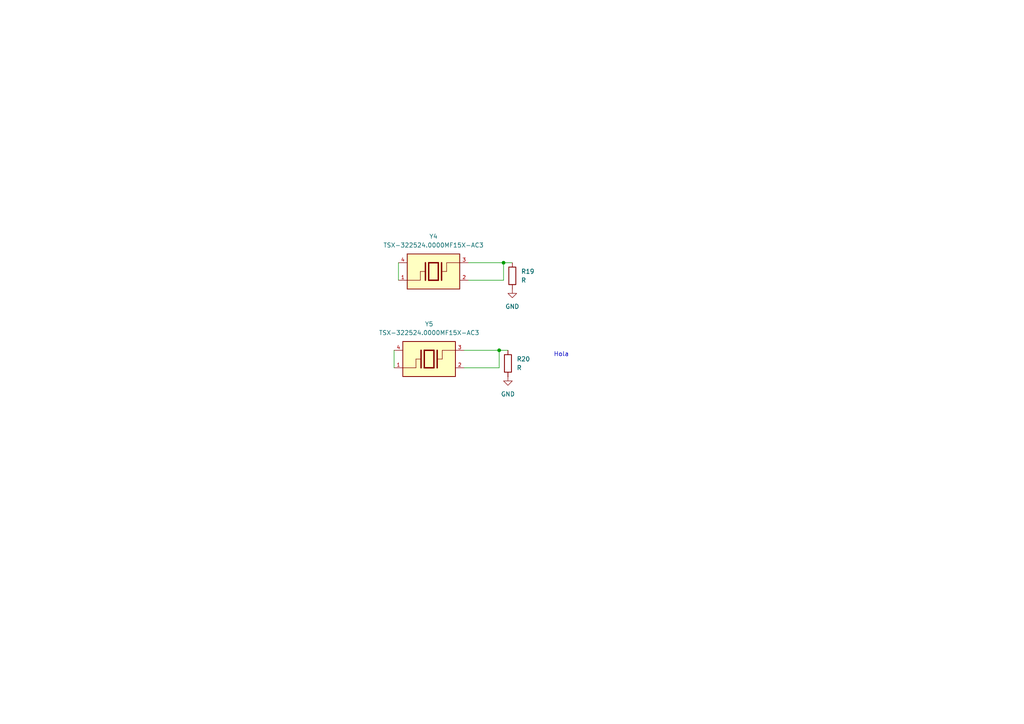
<source format=kicad_sch>
(kicad_sch (version 20250114) (generator "eeschema") (generator_version "9.0")
  (paper "A4")
  (lib_symbols
    (symbol "Device:R" (pin_numbers (hide yes)) (pin_names (offset 0))
      (property "Reference" "R" (at 2.032 0 90))
      (property "Value" "R" (at 0 0 90))
      (symbol "R_0_1"
        (rectangle (start -1.016 -2.54) (end 1.016 2.54) (stroke (width 0.254)))
      )
      (symbol "R_1_1"
        (pin passive line (at 0 3.81 270) (length 1.27) (name "~") (number "1"))
        (pin passive line (at 0 -3.81 90) (length 1.27) (name "~") (number "2"))
      )
    )
    (symbol "Osc:TSX-322524.0000MF15X-AC3" (pin_names (offset 1.016))
      (property "Reference" "Y" (at -7.6278 6.3559 0))
      (property "Value" "TSX-322524.0000MF15X-AC3" (at -7.6344 -7.6344 0))
      (symbol "TSX-322524.0000MF15X-AC3_0_0"
        (rectangle (start -7.62 -5.08) (end 7.62 5.08) (stroke (width 0.254)) (fill (type background)))
        (polyline (pts (xy -3.81 0) (xy -3.81 -2.54)) (stroke (width 0.1524)))
        (polyline (pts (xy -3.81 -2.54) (xy -7.62 -2.54)) (stroke (width 0.1524)))
        (polyline (pts (xy -2.54 0) (xy -3.81 0)) (stroke (width 0.1524)))
        (polyline (pts (xy -2.3368 2.54) (xy -2.3368 -2.54)) (stroke (width 0.4064)))
        (polyline (pts (xy -1.397 2.54) (xy -1.397 -2.54)) (stroke (width 0.4064)))
        (polyline (pts (xy -1.397 2.54) (xy 1.397 2.54)) (stroke (width 0.4064)))
        (polyline (pts (xy 1.397 2.54) (xy 1.397 -2.54)) (stroke (width 0.4064)))
        (polyline (pts (xy 1.397 -2.54) (xy -1.397 -2.54)) (stroke (width 0.4064)))
        (polyline (pts (xy 2.3368 2.54) (xy 2.3368 -2.54)) (stroke (width 0.4064)))
        (polyline (pts (xy 2.54 0) (xy 3.81 0)) (stroke (width 0.1524)))
        (polyline (pts (xy 3.81 2.54) (xy 7.62 2.54)) (stroke (width 0.1524)))
        (polyline (pts (xy 3.81 0) (xy 3.81 2.54)) (stroke (width 0.1524)))
        (pin passive line (at -10.16 2.54 0) (length 2.54) (name "~") (number "4"))
        (pin passive line (at -10.16 -2.54 0) (length 2.54) (name "~") (number "1"))
        (pin passive line (at 10.16 2.54 180) (length 2.54) (name "~") (number "3"))
        (pin passive line (at 10.16 -2.54 180) (length 2.54) (name "~") (number "2"))
      )
    )
    (symbol "power:GND" (power) (pin_numbers (hide yes)) (pin_names (offset 0) (hide yes))
      (property "Value" "GND" (at 0 -3.81 0))
      (symbol "GND_0_1"
        (polyline (pts (xy 0 0) (xy 0 -1.27) (xy 1.27 -1.27) (xy 0 -2.54) (xy -1.27 -1.27) (xy 0 -1.27)))
      )
      (symbol "GND_1_1"
        (pin power_in line (at 0 0 270) (length 0) (name "~") (number "1"))
      )
    )
  )
  (text "Hola" (at 162.814 102.87 0) (effects (font (size 1.27 1.27))))
  (junction (at 146.05 76.2))
  (junction (at 144.78 101.6))
  (wire (pts (xy 115.57 76.2) (xy 115.57 81.28)))
  (wire (pts (xy 146.05 76.2) (xy 148.59 76.2)))
  (wire (pts (xy 134.62 106.68) (xy 144.78 106.68)))
  (wire (pts (xy 144.78 106.68) (xy 144.78 101.6)))
  (wire (pts (xy 135.89 76.2) (xy 146.05 76.2)))
  (wire (pts (xy 146.05 81.28) (xy 146.05 76.2)))
  (wire (pts (xy 114.3 101.6) (xy 114.3 106.68)))
  (wire (pts (xy 135.89 81.28) (xy 146.05 81.28)))
  (wire (pts (xy 144.78 101.6) (xy 147.32 101.6)))
  (wire (pts (xy 134.62 101.6) (xy 144.78 101.6)))
  (symbol (lib_id "Device:R") (at 148.59 80.01 0) (unit 1)
    (property "Reference" "R19" (at 151.13 78.7399 0) (effects (justify left)))
    (property "Value" "R" (at 151.13 81.2799 0) (effects (justify left)))
    (property "Description" "Resistor" (effects (hide yes)))
  )
  (symbol (lib_id "Osc:TSX-322524.0000MF15X-AC3") (at 124.46 104.14 0) (unit 1)
    (property "Reference" "Y5" (at 124.46 93.98 0))
    (property "Value" "TSX-322524.0000MF15X-AC3" (at 124.46 96.52 0))
    (property "Footprint" "oscilator:4SMD" (effects (hide yes)))
    (property "PARTREV" "N/A" (effects (hide yes)))
    (property "MANUFACTURER" "Seiko Epson Corporation" (effects (hide yes)))
    (property "MAXIMUM_PACKAGE_HEIGHT" "0.6 mm" (effects (hide yes)))
    (property "STANDARD" "IPC 7351B" (effects (hide yes)))
  )
  (symbol (lib_id "power:GND") (at 148.59 83.82 0) (unit 1)
    (property "Reference" "#PWR073" (effects (hide yes)))
    (property "Value" "GND" (at 148.59 88.9 0))
    (property "Description" "Power symbol creates a global label with name \"GND\" , ground" (effects (hide yes)))
  )
  (symbol (lib_id "Device:R") (at 147.32 105.41 0) (unit 1)
    (property "Reference" "R20" (at 149.86 104.1399 0) (effects (justify left)))
    (property "Value" "R" (at 149.86 106.6799 0) (effects (justify left)))
    (property "Description" "Resistor" (effects (hide yes)))
  )
  (symbol (lib_id "power:GND") (at 147.32 109.22 0) (unit 1)
    (property "Reference" "#PWR095" (effects (hide yes)))
    (property "Value" "GND" (at 147.32 114.3 0))
    (property "Description" "Power symbol creates a global label with name \"GND\" , ground" (effects (hide yes)))
  )
  (symbol (lib_id "Osc:TSX-322524.0000MF15X-AC3") (at 125.73 78.74 0) (unit 1)
    (property "Reference" "Y4" (at 125.73 68.58 0))
    (property "Value" "TSX-322524.0000MF15X-AC3" (at 125.73 71.12 0))
    (property "Footprint" "oscilator:4SMD" (effects (hide yes)))
    (property "PARTREV" "N/A" (effects (hide yes)))
    (property "MANUFACTURER" "Seiko Epson Corporation" (effects (hide yes)))
    (property "MAXIMUM_PACKAGE_HEIGHT" "0.6 mm" (effects (hide yes)))
    (property "STANDARD" "IPC 7351B" (effects (hide yes)))
  )
)
</source>
